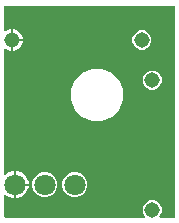
<source format=gbr>
G04 EAGLE Gerber RS-274X export*
G75*
%MOMM*%
%FSLAX34Y34*%
%LPD*%
%INBottom Copper*%
%IPPOS*%
%AMOC8*
5,1,8,0,0,1.08239X$1,22.5*%
G01*
G04 Define Apertures*
%ADD10C,1.800000*%
%ADD11C,1.308000*%
G36*
X129093Y10220D02*
X128796Y10160D01*
X10922Y10160D01*
X10647Y10211D01*
X10392Y10375D01*
X10220Y10625D01*
X10160Y10922D01*
X10160Y28940D01*
X10207Y29204D01*
X10366Y29462D01*
X10614Y29637D01*
X10910Y29702D01*
X11208Y29647D01*
X11461Y29479D01*
X12623Y28317D01*
X16865Y26560D01*
X18398Y26560D01*
X18398Y49640D01*
X16865Y49640D01*
X12623Y47883D01*
X11461Y46721D01*
X11241Y46568D01*
X10946Y46498D01*
X10647Y46549D01*
X10392Y46712D01*
X10220Y46962D01*
X10160Y47260D01*
X10160Y152459D01*
X10207Y152723D01*
X10366Y152981D01*
X10614Y153156D01*
X10910Y153221D01*
X11208Y153166D01*
X11461Y152998D01*
X11557Y152902D01*
X14894Y151520D01*
X15938Y151520D01*
X15938Y169680D01*
X14894Y169680D01*
X11557Y168298D01*
X11461Y168202D01*
X11241Y168049D01*
X10946Y167979D01*
X10647Y168030D01*
X10392Y168193D01*
X10220Y168443D01*
X10160Y168741D01*
X10160Y188978D01*
X10211Y189253D01*
X10375Y189508D01*
X10625Y189680D01*
X10922Y189740D01*
X153978Y189740D01*
X154253Y189689D01*
X154508Y189525D01*
X154680Y189275D01*
X154740Y188978D01*
X154740Y10922D01*
X154689Y10647D01*
X154525Y10392D01*
X154275Y10220D01*
X153978Y10160D01*
X142204Y10160D01*
X141941Y10207D01*
X141682Y10366D01*
X141507Y10614D01*
X141442Y10910D01*
X141498Y11208D01*
X141665Y11461D01*
X142336Y12132D01*
X143564Y15096D01*
X143564Y18304D01*
X142336Y21268D01*
X140068Y23536D01*
X137104Y24764D01*
X133896Y24764D01*
X130932Y23536D01*
X128664Y21268D01*
X127436Y18304D01*
X127436Y15096D01*
X128664Y12132D01*
X129335Y11461D01*
X129488Y11241D01*
X129558Y10946D01*
X129507Y10647D01*
X129344Y10392D01*
X129093Y10220D01*
G37*
%LPC*%
G36*
X17462Y161362D02*
X25780Y161362D01*
X25780Y162406D01*
X24398Y165743D01*
X21843Y168298D01*
X18506Y169680D01*
X17462Y169680D01*
X17462Y161362D01*
G37*
G36*
X125096Y152536D02*
X128304Y152536D01*
X131268Y153764D01*
X133536Y156032D01*
X134764Y158996D01*
X134764Y162204D01*
X133536Y165168D01*
X131268Y167436D01*
X128304Y168664D01*
X125096Y168664D01*
X122132Y167436D01*
X119864Y165168D01*
X118636Y162204D01*
X118636Y158996D01*
X119864Y156032D01*
X122132Y153764D01*
X125096Y152536D01*
G37*
G36*
X17462Y151520D02*
X18506Y151520D01*
X21843Y152902D01*
X24398Y155457D01*
X25780Y158794D01*
X25780Y159838D01*
X17462Y159838D01*
X17462Y151520D01*
G37*
G36*
X84492Y92140D02*
X93308Y92140D01*
X101453Y95514D01*
X107686Y101747D01*
X111060Y109892D01*
X111060Y118708D01*
X107686Y126853D01*
X101453Y133086D01*
X93308Y136460D01*
X84492Y136460D01*
X76347Y133086D01*
X70114Y126853D01*
X66740Y118708D01*
X66740Y109892D01*
X70114Y101747D01*
X76347Y95514D01*
X84492Y92140D01*
G37*
G36*
X133896Y118636D02*
X137104Y118636D01*
X140068Y119864D01*
X142336Y122132D01*
X143564Y125096D01*
X143564Y128304D01*
X142336Y131268D01*
X140068Y133536D01*
X137104Y134764D01*
X133896Y134764D01*
X130932Y133536D01*
X128664Y131268D01*
X127436Y128304D01*
X127436Y125096D01*
X128664Y122132D01*
X130932Y119864D01*
X133896Y118636D01*
G37*
G36*
X19922Y38862D02*
X30700Y38862D01*
X30700Y40395D01*
X28943Y44637D01*
X25697Y47883D01*
X21455Y49640D01*
X19922Y49640D01*
X19922Y38862D01*
G37*
G36*
X67867Y27576D02*
X72053Y27576D01*
X75921Y29178D01*
X78882Y32139D01*
X80484Y36007D01*
X80484Y40193D01*
X78882Y44061D01*
X75921Y47022D01*
X72053Y48624D01*
X67867Y48624D01*
X63999Y47022D01*
X61038Y44061D01*
X59436Y40193D01*
X59436Y36007D01*
X61038Y32139D01*
X63999Y29178D01*
X67867Y27576D01*
G37*
G36*
X42467Y27576D02*
X46653Y27576D01*
X50521Y29178D01*
X53482Y32139D01*
X55084Y36007D01*
X55084Y40193D01*
X53482Y44061D01*
X50521Y47022D01*
X46653Y48624D01*
X42467Y48624D01*
X38599Y47022D01*
X35638Y44061D01*
X34036Y40193D01*
X34036Y36007D01*
X35638Y32139D01*
X38599Y29178D01*
X42467Y27576D01*
G37*
G36*
X19922Y26560D02*
X21455Y26560D01*
X25697Y28317D01*
X28943Y31563D01*
X30700Y35805D01*
X30700Y37338D01*
X19922Y37338D01*
X19922Y26560D01*
G37*
%LPD*%
D10*
X19160Y38100D03*
X69960Y38100D03*
X44560Y38100D03*
D11*
X135500Y126700D03*
X135500Y16700D03*
X126700Y160600D03*
X16700Y160600D03*
M02*

</source>
